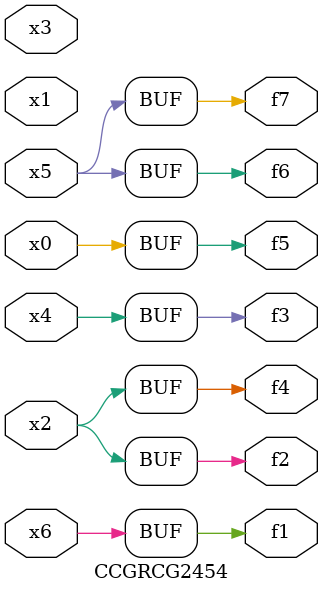
<source format=v>
module CCGRCG2454(
	input x0, x1, x2, x3, x4, x5, x6,
	output f1, f2, f3, f4, f5, f6, f7
);
	assign f1 = x6;
	assign f2 = x2;
	assign f3 = x4;
	assign f4 = x2;
	assign f5 = x0;
	assign f6 = x5;
	assign f7 = x5;
endmodule

</source>
